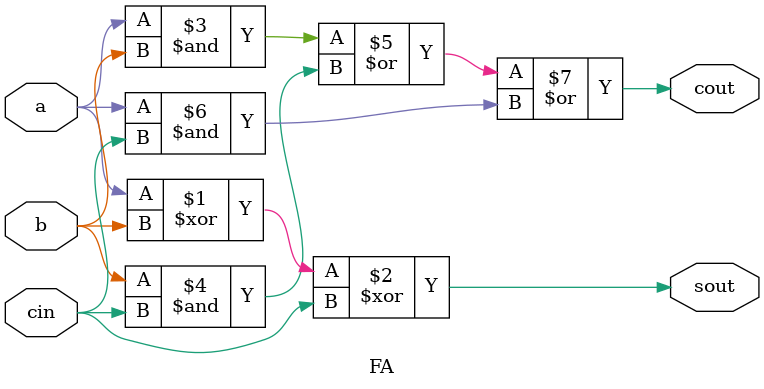
<source format=v>
/*
module to implement the full adder
*/

module FA (
    output sout,
    output cout,
    input a,
    input b,
    input cin
);

    assign sout = (a ^ b ^ cin);
    assign cout = ((a & b) | (b & cin) | (a & cin) );
    
endmodule
</source>
